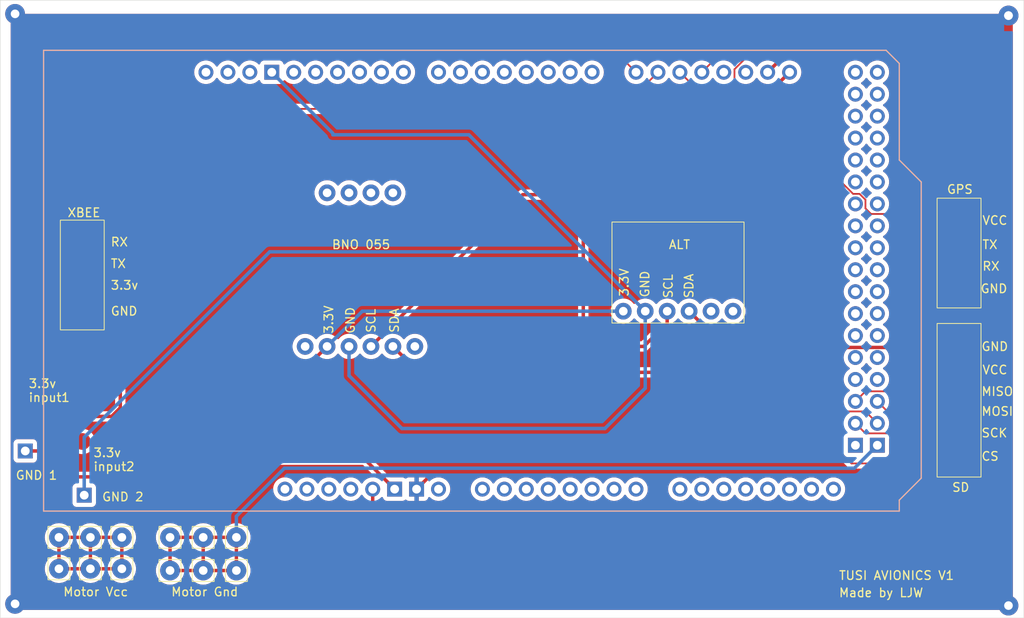
<source format=kicad_pcb>
(kicad_pcb (version 20240108) (generator "pcbnew") (generator_version "8.0")
  (layers (0 "F.Cu" signal) (31 "B.Cu" signal) (34 "B.Paste" user) (35 "F.Paste" user) (36 "B.SilkS" user "B.Silkscreen") (37 "F.SilkS" user "F.Silkscreen") (38 "B.Mask" user) (39 "F.Mask" user) (44 "Edge.Cuts" user))
  (net 0 "")
  (net 3 "Net-(A1-D21{slash}SCL)")
  (net 7 "Net-(A1-D50_MISO)")
  (net 9 "Net-(U3-VCC)")
  (net 12 "Net-(A1-D17{slash}RX2)")
  (net 18 "Net-(A1-D15{slash}RX3)")
  (net 38 "Net-(A1-D14{slash}TX3)")
  (net 54 "Net-(A1-D53_CS)")
  (net 63 "Net-(A1-D16{slash}TX2)")
  (net 65 "Net-(A1-D51_MOSI)")
  (net 71 "Net-(A1-D20{slash}SDA)")
  (net 76 "Net-(U2-GND)")
  (net 81 "Net-(A1-D52_SCK)")
  (net 82 "+3.3V")
  (net 87 "GND")
  (net 93 "Net-(U3-GND)")
  (net 94 "Net-(U1-GND)")
  (net 95 "Net-(U12-GND)")
  (net 96 "Net-(U10-vcc)")
  (footprint "" (layer "F.Cu") (at 99.5275 123.6725)
    (property "Reference" "" (at 0 0 0) (layer "F.SilkS") (effects (font (size 1.27 1.27))))
    (property "Value" "")
    (pad "GND1" thru_hole rect (at 0 0) (size 1.7272 1.7272) (drill 1.016) (layers "*.Cu" "*.Mask") (net 94 "Net-(U1-GND)"))
  )
  (footprint "" (layer "F.Cu") (at 127.6425 106.4525)
    (property "Reference" "" (at 0 0 0) (layer "F.SilkS") (effects (font (size 1.27 1.27))))
    (property "Value" "")
    (pad "2" thru_hole circle (at 0 0 90) (size 1.9304 1.9304) (drill 1) (layers "*.Cu" "*.Mask") (net 82 "+3.3V"))
  )
  (footprint "avionics:motor_vcc" (layer "F.Cu") (at 103.8825 132.1925 180)
    (property "Reference" "U6" (hide yes))
    (property "Value" "~" (hide yes))
    (fp_rect (start -1.27 -1.27) (end 1.27 1.27) (stroke (width 0.1)) (fill none) (layer "F.SilkS"))
    (pad "1" thru_hole circle (at 0 0 180) (size 2.286 2.286) (drill 1) (layers "*.Cu" "*.Mask") (net 96 "Net-(U10-vcc)"))
  )
  (footprint "avionics:motor_gnd" (layer "F.Cu") (at 110.7325 133.6625 180)
    (property "Reference" "U16" (hide yes))
    (property "Value" "~" (hide yes))
    (fp_rect (start 0 0) (end 2.54 2.54) (stroke (width 0.1)) (fill none) (layer "F.SilkS"))
    (pad "1" thru_hole circle (at 1.27 1.27 180) (size 2.286 2.286) (drill 1) (layers "*.Cu" "*.Mask") (net 95 "Net-(U12-GND)"))
  )
  (footprint "avionics:gps" (layer "F.Cu") (at 200.8025 96.9125 90)
    (property "Reference" "U3" (hide yes))
    (property "Value" "GPS")
    (fp_rect (start -5.08 -2.54) (end 7.62 2.54) (stroke (width 0.1)) (fill none) (layer "F.SilkS"))
    (pad "1" smd circle (at -2.54 0 180) (size 1.9304 1.9304) (layers "F.Cu" "F.Paste" "F.Mask") (net 93 "Net-(U3-GND)"))
    (pad "2" smd circle (at 0 0 180) (size 1.9304 1.9304) (layers "F.Cu" "F.Paste" "F.Mask") (net 63 "Net-(A1-D16{slash}TX2)"))
    (pad "3" smd circle (at 2.54 0 180) (size 1.9304 1.9304) (layers "F.Cu" "F.Paste" "F.Mask") (net 12 "Net-(A1-D17{slash}RX2)"))
    (pad "4" smd circle (at 5.08 0 180) (size 1.9304 1.9304) (layers "F.Cu" "F.Paste" "F.Mask") (net 9 "Net-(U3-VCC)"))
  )
  (footprint "" (layer "F.Cu") (at 135.2625 88.6725)
    (property "Reference" "" (at 0 0 0) (layer "F.SilkS") (effects (font (size 1.27 1.27))))
    (property "Value" "")
    (pad "10" thru_hole circle (at 0 0 90) (size 1.9304 1.9304) (drill 1) (layers "*.Cu" "*.Mask"))
  )
  (footprint "" (layer "F.Cu") (at 137.8025 106.4525)
    (property "Reference" "" (at 0 0 0) (layer "F.SilkS") (effects (font (size 1.27 1.27))))
    (property "Value" "")
    (pad "6" thru_hole circle (at 0 0 90) (size 1.9304 1.9304) (drill 1) (layers "*.Cu" "*.Mask"))
  )
  (footprint "avionics:motor_vcc" (layer "F.Cu") (at 100.2425 132.1925 180)
    (property "Reference" "U8" (hide yes))
    (property "Value" "~" (hide yes))
    (fp_rect (start -1.27 -1.27) (end 1.27 1.27) (stroke (width 0.1)) (fill none) (layer "F.SilkS"))
    (pad "1" thru_hole circle (at 0 0 180) (size 2.286 2.286) (drill 1) (layers "*.Cu" "*.Mask") (net 96 "Net-(U10-vcc)"))
  )
  (footprint "avionics:motor_gnd" (layer "F.Cu") (at 110.7325 129.8225 180)
    (property "Reference" "U17" (hide yes))
    (property "Value" "~" (hide yes))
    (fp_rect (start 0 0) (end 2.54 2.54) (stroke (width 0.1)) (fill none) (layer "F.SilkS"))
    (pad "1" thru_hole circle (at 1.27 1.27 180) (size 2.286 2.286) (drill 1) (layers "*.Cu" "*.Mask") (net 95 "Net-(U12-GND)"))
  )
  (footprint "avionics:bmp280" (layer "F.Cu") (at 168.3025 97.9525)
    (property "Reference" "U5" (hide yes))
    (property "Value" "ALT")
    (fp_rect (start -7.68 -5.9) (end 7.61 5.79) (stroke (width 0.1)) (fill none) (layer "F.SilkS"))
    (pad "1" thru_hole circle (at -6.37 4.42 90) (size 1.9304 1.9304) (drill 1) (layers "*.Cu" "*.Mask") (net 82 "+3.3V"))
    (pad "2" thru_hole circle (at -3.83 4.42 90) (size 1.9304 1.9304) (drill 1) (layers "*.Cu" "*.Mask") (net 94 "Net-(U1-GND)"))
    (pad "3" thru_hole circle (at -1.29 4.42 90) (size 1.9304 1.9304) (drill 1) (layers "*.Cu" "*.Mask") (net 3 "Net-(A1-D21{slash}SCL)"))
    (pad "4" thru_hole circle (at 1.25 4.42 90) (size 1.9304 1.9304) (drill 1) (layers "*.Cu" "*.Mask") (net 71 "Net-(A1-D20{slash}SDA)"))
    (pad "5" thru_hole circle (at 3.79 4.42 90) (size 1.9304 1.9304) (drill 1) (layers "*.Cu" "*.Mask"))
    (pad "6" thru_hole circle (at 6.33 4.42 90) (size 1.9304 1.9304) (drill 1) (layers "*.Cu" "*.Mask"))
  )
  (footprint "" (layer "F.Cu") (at 206.5225 68.1525)
    (property "Reference" "" (at 0 0 0) (layer "F.SilkS") (effects (font (size 1.27 1.27))))
    (property "Value" "")
    (pad "1" thru_hole circle (at 0 0 180) (size 2.286 2.286) (drill 1) (layers "*.Cu" "*.Mask") (net 95 "Net-(U12-GND)"))
  )
  (footprint "avionics:xbee" (layer "F.Cu") (at 99.3025 96.9125 -90)
    (property "Reference" "U2" (hide yes))
    (property "Value" "xbee")
    (fp_rect (start -5.08 -2.54) (end 7.62 2.54) (stroke (width 0.1)) (fill none) (layer "F.SilkS"))
    (pad "1" smd circle (at -2.54 0) (size 1.9304 1.9304) (layers "F.Cu" "F.Paste" "F.Mask") (net 18 "Net-(A1-D15{slash}RX3)"))
    (pad "2" smd circle (at 0 0) (size 1.9304 1.9304) (layers "F.Cu" "F.Paste" "F.Mask") (net 38 "Net-(A1-D14{slash}TX3)"))
    (pad "3" smd circle (at 2.54 0) (size 1.9304 1.9304) (layers "F.Cu" "F.Paste" "F.Mask") (net 82 "+3.3V"))
    (pad "4" smd circle (at 5.08 0) (size 1.9304 1.9304) (layers "F.Cu" "F.Paste" "F.Mask") (net 76 "Net-(U2-GND)"))
  )
  (footprint "" (layer "F.Cu") (at 127.6425 88.6725)
    (property "Reference" "" (at 0 0 0) (layer "F.SilkS") (effects (font (size 1.27 1.27))))
    (property "Value" "")
    (pad "7" thru_hole circle (at 0 0 90) (size 1.9304 1.9304) (drill 1) (layers "*.Cu" "*.Mask"))
  )
  (footprint "" (layer "F.Cu") (at 132.7225 106.4525)
    (property "Reference" "" (at 0 0 0) (layer "F.SilkS") (effects (font (size 1.27 1.27))))
    (property "Value" "")
    (pad "4" thru_hole circle (at 0 0 90) (size 1.9304 1.9304) (drill 1) (layers "*.Cu" "*.Mask") (net 3 "Net-(A1-D21{slash}SCL)"))
  )
  (footprint "" (layer "F.Cu") (at 99.3025 111.9525)
    (property "Reference" "" (at 0 0 0) (layer "F.SilkS") (effects (font (size 1.27 1.27))))
    (property "Value" "")
    (pad "4" smd circle (at 0 0) (size 1.9304 1.9304) (layers "F.Cu" "F.Paste" "F.Mask") (net 82 "+3.3V"))
  )
  (footprint "avionics:motor_gnd" (layer "F.Cu") (at 118.4125 129.8225 180)
    (property "Reference" "U13" (hide yes))
    (property "Value" "~" (hide yes))
    (fp_rect (start 0 0) (end 2.54 2.54) (stroke (width 0.1)) (fill none) (layer "F.SilkS"))
    (pad "1" thru_hole circle (at 1.27 1.27 180) (size 2.286 2.286) (drill 1) (layers "*.Cu" "*.Mask") (net 95 "Net-(U12-GND)"))
  )
  (footprint "" (layer "F.Cu") (at 206.5225 136.4525)
    (property "Reference" "" (at 0 0 0) (layer "F.SilkS") (effects (font (size 1.27 1.27))))
    (property "Value" "")
    (pad "1" thru_hole circle (at 0 0 180) (size 2.286 2.286) (drill 1) (layers "*.Cu" "*.Mask") (net 95 "Net-(U12-GND)"))
  )
  (footprint "" (layer "F.Cu") (at 130.1825 106.4525)
    (property "Reference" "" (at 0 0 0) (layer "F.SilkS") (effects (font (size 1.27 1.27))))
    (property "Value" "")
    (pad "3" thru_hole circle (at 0 0 90) (size 1.9304 1.9304) (drill 1) (layers "*.Cu" "*.Mask") (net 87 "GND"))
  )
  (footprint "" (layer "F.Cu") (at 91.5225 67.9525)
    (property "Reference" "" (at 0 0 0) (layer "F.SilkS") (effects (font (size 1.27 1.27))))
    (property "Value" "")
    (pad "1" thru_hole circle (at 0 0 180) (size 2.286 2.286) (drill 1) (layers "*.Cu" "*.Mask") (net 95 "Net-(U12-GND)"))
  )
  (footprint "avionics:motor_gnd" (layer "F.Cu") (at 114.5725 129.8225 180)
    (property "Reference" "U15" (hide yes))
    (property "Value" "~" (hide yes))
    (fp_rect (start 0 0) (end 2.54 2.54) (stroke (width 0.1)) (fill none) (layer "F.SilkS"))
    (pad "1" thru_hole circle (at 1.27 1.27 180) (size 2.286 2.286) (drill 1) (layers "*.Cu" "*.Mask") (net 95 "Net-(U12-GND)"))
  )
  (footprint "" (layer "F.Cu") (at 130.1825 88.6725)
    (property "Reference" "" (at 0 0 0) (layer "F.SilkS") (effects (font (size 1.27 1.27))))
    (property "Value" "")
    (pad "8" thru_hole circle (at 0 0 90) (size 1.9304 1.9304) (drill 1) (layers "*.Cu" "*.Mask"))
  )
  (footprint "" (layer "F.Cu") (at 132.7225 88.6725)
    (property "Reference" "" (at 0 0 0) (layer "F.SilkS") (effects (font (size 1.27 1.27))))
    (property "Value" "")
    (pad "9" thru_hole circle (at 0 0 90) (size 1.9304 1.9304) (drill 1) (layers "*.Cu" "*.Mask"))
  )
  (footprint "" (layer "F.Cu") (at 125.1025 106.4525)
    (property "Reference" "" (at 0 0 0) (layer "F.SilkS") (effects (font (size 1.27 1.27))))
    (property "Value" "")
    (pad "1" thru_hole circle (at 0 0 90) (size 1.9304 1.9304) (drill 1) (layers "*.Cu" "*.Mask"))
  )
  (footprint "avionics:motor_vcc" (layer "F.Cu") (at 96.6025 128.5525 180)
    (property "Reference" "U11" (hide yes))
    (property "Value" "~" (hide yes))
    (fp_rect (start -1.27 -1.27) (end 1.27 1.27) (stroke (width 0.1)) (fill none) (layer "F.SilkS"))
    (pad "1" thru_hole circle (at 0 0 180) (size 2.286 2.286) (drill 1) (layers "*.Cu" "*.Mask") (net 96 "Net-(U10-vcc)"))
  )
  (footprint "" (layer "F.Cu") (at 91.5225 136.2525)
    (property "Reference" "" (at 0 0 0) (layer "F.SilkS") (effects (font (size 1.27 1.27))))
    (property "Value" "")
    (pad "1" thru_hole circle (at 0 0 180) (size 2.286 2.286) (drill 1) (layers "*.Cu" "*.Mask") (net 95 "Net-(U12-GND)"))
  )
  (footprint "" (layer "F.Cu") (at 135.2625 106.4525)
    (property "Reference" "" (at 0 0 0) (layer "F.SilkS") (effects (font (size 1.27 1.27))))
    (property "Value" "")
    (pad "5" thru_hole circle (at 0 0 90) (size 1.9304 1.9304) (drill 1) (layers "*.Cu" "*.Mask") (net 71 "Net-(A1-D20{slash}SDA)"))
  )
  (footprint "avionics:motor_vcc" (layer "F.Cu") (at 100.2425 128.5525 180)
    (property "Reference" "U9" (hide yes))
    (property "Value" "~" (hide yes))
    (fp_rect (start -1.27 -1.27) (end 1.27 1.27) (stroke (width 0.1)) (fill none) (layer "F.SilkS"))
    (pad "1" thru_hole circle (at 0 0 180) (size 2.286 2.286) (drill 1) (layers "*.Cu" "*.Mask") (net 96 "Net-(U10-vcc)"))
  )
  (footprint "" (layer "F.Cu") (at 92.7025 118.5525)
    (property "Reference" "" (at 0 0 0) (layer "F.SilkS") (effects (font (size 1.27 1.27))))
    (property "Value" "")
    (pad "GND2" thru_hole rect (at 0 0) (size 1.7272 1.7272) (drill 1.016) (layers "*.Cu" "*.Mask") (net 76 "Net-(U2-GND)"))
  )
  (footprint "avionics:sd" (layer "F.Cu") (at 200.8025 116.4925 90)
    (property "Reference" "U4" (hide yes))
    (property "Value" "SD")
    (fp_rect (start -5.08 -2.54) (end 12.7 2.54) (stroke (width 0.1)) (fill none) (layer "F.SilkS"))
    (pad "1" smd circle (at -2.54 0 180) (size 1.9304 1.9304) (layers "F.Cu" "F.Paste" "F.Mask") (net 54 "Net-(A1-D53_CS)"))
    (pad "2" smd circle (at 0 0 180) (size 1.9304 1.9304) (layers "F.Cu" "F.Paste" "F.Mask") (net 81 "Net-(A1-D52_SCK)"))
    (pad "3" smd circle (at 2.54 0 180) (size 1.9304 1.9304) (layers "F.Cu" "F.Paste" "F.Mask") (net 65 "Net-(A1-D51_MOSI)"))
    (pad "4" smd circle (at 5.08 0 180) (size 1.9304 1.9304) (layers "F.Cu" "F.Paste" "F.Mask") (net 7 "Net-(A1-D50_MISO)"))
    (pad "5" smd circle (at 7.62 0 180) (size 1.9304 1.9304) (layers "F.Cu" "F.Paste" "F.Mask") (net 9 "Net-(U3-VCC)"))
    (pad "6" smd circle (at 10.16 0 180) (size 1.9304 1.9304) (layers "F.Cu" "F.Paste" "F.Mask") (net 93 "Net-(U3-GND)"))
  )
  (footprint "avionics:motor_vcc" (layer "F.Cu") (at 96.6025 132.1925 180)
    (property "Reference" "U10" (hide yes))
    (property "Value" "~" (hide yes))
    (fp_rect (start -1.27 -1.27) (end 1.27 1.27) (stroke (width 0.1)) (fill none) (layer "F.SilkS"))
    (pad "1" thru_hole circle (at 0 0 180) (size 2.286 2.286) (drill 1) (layers "*.Cu" "*.Mask") (net 96 "Net-(U10-vcc)"))
  )
  (footprint "avionics:motor_gnd" (layer "F.Cu") (at 114.5725 133.6625 180)
    (property "Reference" "U14" (hide yes))
    (property "Value" "~" (hide yes))
    (fp_rect (start 0 0) (end 2.54 2.54) (stroke (width 0.1)) (fill none) (layer "F.SilkS"))
    (pad "1" thru_hole circle (at 1.27 1.27 180) (size 2.286 2.286) (drill 1) (layers "*.Cu" "*.Mask") (net 95 "Net-(U12-GND)"))
  )
  (footprint "" (layer "F.Cu") (at 99.3025 117.4525)
    (property "Reference" "" (at 0 0 0) (layer "F.SilkS") (effects (font (size 1.27 1.27))))
    (property "Value" "")
    (pad "4" smd circle (at 0 0) (size 1.9304 1.9304) (layers "F.Cu" "F.Paste" "F.Mask") (net 82 "+3.3V"))
  )
  (footprint "" (layer "F.Cu") (at 206.5225 68.1525)
    (property "Reference" "" (at 0 0 0) (layer "F.SilkS") (effects (font (size 1.27 1.27))))
    (property "Value" "")
    (pad "1" thru_hole circle (at 0 0 180) (size 2.286 2.286) (drill 1) (layers "*.Cu" "*.Mask") (net 95 "Net-(U12-GND)"))
  )
  (footprint "avionics:motor_vcc" (layer "F.Cu") (at 103.8825 128.5525 180)
    (property "Reference" "U7" (hide yes))
    (property "Value" "~" (hide yes))
    (fp_rect (start -1.27 -1.27) (end 1.27 1.27) (stroke (width 0.1)) (fill none) (layer "F.SilkS"))
    (pad "1" thru_hole circle (at 0 0 180) (size 2.286 2.286) (drill 1) (layers "*.Cu" "*.Mask") (net 96 "Net-(U10-vcc)"))
  )
  (footprint "arduino-library:Arduino_Mega2560_R3_Shield" (layer "F.Cu") (at 145.3025 98.9525)
    (property "Reference" "A1" (hide yes))
    (property "Value" "Arduino_Mega2560_R3_Shield" (hide yes))
    (fp_line (start -50.48 -26.78) (end -50.48 26.56) (stroke (width 0.15)) (layer "B.SilkS"))
    (fp_line (start -50.48 -26.78) (end 47.056 -26.78) (stroke (width 0.15)) (layer "B.SilkS"))
    (fp_line (start -50.48 26.56) (end 48.58 26.56) (stroke (width 0.15)) (layer "B.SilkS"))
    (fp_line (start 47.056 -26.78) (end 48.58 -25.256) (stroke (width 0.15)) (layer "B.SilkS"))
    (fp_line (start 48.58 -14.08) (end 48.58 -25.256) (stroke (width 0.15)) (layer "B.SilkS"))
    (fp_line (start 48.58 25.29) (end 51.12 22.75) (stroke (width 0.15)) (layer "B.SilkS"))
    (fp_line (start 48.58 26.56) (end 48.58 25.29) (stroke (width 0.15)) (layer "B.SilkS"))
    (fp_line (start 51.12 -11.54) (end 48.58 -14.08) (stroke (width 0.15)) (layer "B.SilkS"))
    (fp_line (start 51.12 22.75) (end 51.12 -11.54) (stroke (width 0.15)) (layer "B.SilkS"))
    (pad "" thru_hole oval (at -22.54 24.02) (size 1.7272 1.7272) (drill 1.016) (layers "*.Cu" "*.Mask"))
    (pad "3V3" thru_hole oval (at -14.92 24.02) (size 1.7272 1.7272) (drill 1.016) (layers "*.Cu" "*.Mask"))
    (pad "5V1" thru_hole oval (at -12.38 24.02) (size 1.7272 1.7272) (drill 1.016) (layers "*.Cu" "*.Mask") (net 9 "Net-(U3-VCC)"))
    (pad "5V3" thru_hole oval (at 43.5 -24.24) (size 1.7272 1.7272) (drill 1.016) (layers "*.Cu" "*.Mask"))
    (pad "5V4" thru_hole oval (at 46.04 -24.24) (size 1.7272 1.7272) (drill 1.016) (layers "*.Cu" "*.Mask"))
    (pad "A0" thru_hole oval (at 0.32 24.02) (size 1.7272 1.7272) (drill 1.016) (layers "*.Cu" "*.Mask"))
    (pad "A1" thru_hole oval (at 2.86 24.02) (size 1.7272 1.7272) (drill 1.016) (layers "*.Cu" "*.Mask"))
    (pad "A2" thru_hole oval (at 5.4 24.02) (size 1.7272 1.7272) (drill 1.016) (layers "*.Cu" "*.Mask"))
    (pad "A3" thru_hole oval (at 7.94 24.02) (size 1.7272 1.7272) (drill 1.016) (layers "*.Cu" "*.Mask"))
    (pad "A4" thru_hole oval (at 10.48 24.02) (size 1.7272 1.7272) (drill 1.016) (layers "*.Cu" "*.Mask"))
    (pad "A5" thru_hole oval (at 13.02 24.02) (size 1.7272 1.7272) (drill 1.016) (layers "*.Cu" "*.Mask"))
    (pad "A6" thru_hole oval (at 15.56 24.02) (size 1.7272 1.7272) (drill 1.016) (layers "*.Cu" "*.Mask"))
    (pad "A7" thru_hole oval (at 18.1 24.02) (size 1.7272 1.7272) (drill 1.016) (layers "*.Cu" "*.Mask"))
    (pad "A8" thru_hole oval (at 23.18 24.02) (size 1.7272 1.7272) (drill 1.016) (layers "*.Cu" "*.Mask"))
    (pad "A9" thru_hole oval (at 25.72 24.02) (size 1.7272 1.7272) (drill 1.016) (layers "*.Cu" "*.Mask"))
    (pad "A10" thru_hole oval (at 28.26 24.02) (size 1.7272 1.7272) (drill 1.016) (layers "*.Cu" "*.Mask"))
    (pad "A11" thru_hole oval (at 30.8 24.02) (size 1.7272 1.7272) (drill 1.016) (layers "*.Cu" "*.Mask"))
    (pad "A12" thru_hole oval (at 33.34 24.02) (size 1.7272 1.7272) (drill 1.016) (layers "*.Cu" "*.Mask"))
    (pad "A13" thru_hole oval (at 35.88 24.02) (size 1.7272 1.7272) (drill 1.016) (layers "*.Cu" "*.Mask"))
    (pad "A14" thru_hole oval (at 38.42 24.02) (size 1.7272 1.7272) (drill 1.016) (layers "*.Cu" "*.Mask"))
    (pad "A15" thru_hole oval (at 40.96 24.02) (size 1.7272 1.7272) (drill 1.016) (layers "*.Cu" "*.Mask"))
    (pad "AREF" thru_hole oval (at -26.604 -24.24) (size 1.7272 1.7272) (drill 1.016) (layers "*.Cu" "*.Mask"))
    (pad "D0" thru_hole oval (at 13.02 -24.24) (size 1.7272 1.7272) (drill 1.016) (layers "*.Cu" "*.Mask"))
    (pad "D1" thru_hole oval (at 10.48 -24.24) (size 1.7272 1.7272) (drill 1.016) (layers "*.Cu" "*.Mask"))
    (pad "D2" thru_hole oval (at 7.94 -24.24) (size 1.7272 1.7272) (drill 1.016) (layers "*.Cu" "*.Mask"))
    (pad "D3" thru_hole oval (at 5.4 -24.24) (size 1.7272 1.7272) (drill 1.016) (layers "*.Cu" "*.Mask"))
    (pad "D4" thru_hole oval (at 2.86 -24.24) (size 1.7272 1.7272) (drill 1.016) (layers "*.Cu" "*.Mask"))
    (pad "D5" thru_hole oval (at 0.32 -24.24) (size 1.7272 1.7272) (drill 1.016) (layers "*.Cu" "*.Mask"))
    (pad "D6" thru_hole oval (at -2.22 -24.24) (size 1.7272 1.7272) (drill 1.016) (layers "*.Cu" "*.Mask"))
    (pad "D7" thru_hole oval (at -4.76 -24.24) (size 1.7272 1.7272) (drill 1.016) (layers "*.Cu" "*.Mask"))
    (pad "D8" thru_hole oval (at -8.824 -24.24) (size 1.7272 1.7272) (drill 1.016) (layers "*.Cu" "*.Mask"))
    (pad "D9" thru_hole oval (at -11.364 -24.24) (size 1.7272 1.7272) (drill 1.016) (layers "*.Cu" "*.Mask"))
    (pad "D10" thru_hole oval (at -13.904 -24.24) (size 1.7272 1.7272) (drill 1.016) (layers "*.Cu" "*.Mask"))
    (pad "D11" thru_hole oval (at -16.444 -24.24) (size 1.7272 1.7272) (drill 1.016) (layers "*.Cu" "*.Mask"))
    (pad "D12" thru_hole oval (at -18.984 -24.24) (size 1.7272 1.7272) (drill 1.016) (layers "*.Cu" "*.Mask"))
    (pad "D13" thru_hole oval (at -21.524 -24.24) (size 1.7272 1.7272) (drill 1.016) (layers "*.Cu" "*.Mask"))
    (pad "D14" thru_hole oval (at 18.1 -24.24) (size 1.7272 1.7272) (drill 1.016) (layers "*.Cu" "*.Mask") (net 38 "Net-(A1-D14{slash}TX3)"))
    (pad "D15" thru_hole oval (at 20.64 -24.24) (size 1.7272 1.7272) (drill 1.016) (layers "*.Cu" "*.Mask") (net 18 "Net-(A1-D15{slash}RX3)"))
    (pad "D16" thru_hole oval (at 23.18 -24.24) (size 1.7272 1.7272) (drill 1.016) (layers "*.Cu" "*.Mask") (net 63 "Net-(A1-D16{slash}TX2)"))
    (pad "D17" thru_hole oval (at 25.72 -24.24) (size 1.7272 1.7272) (drill 1.016) (layers "*.Cu" "*.Mask") (net 12 "Net-(A1-D17{slash}RX2)"))
    (pad "D18" thru_hole oval (at 28.26 -24.24) (size 1.7272 1.7272) (drill 1.016) (layers "*.Cu" "*.Mask"))
    (pad "D19" thru_hole oval (at 30.8 -24.24) (size 1.7272 1.7272) (drill 1.016) (layers "*.Cu" "*.Mask"))
    (pad "D20" thru_hole oval (at 33.34 -24.24) (size 1.7272 1.7272) (drill 1.016) (layers "*.Cu" "*.Mask") (net 71 "Net-(A1-D20{slash}SDA)"))
    (pad "D21" thru_hole oval (at 35.88 -24.24) (size 1.7272 1.7272) (drill 1.016) (layers "*.Cu" "*.Mask") (net 3 "Net-(A1-D21{slash}SCL)"))
    (pad "D22" thru_hole oval (at 43.5 -21.7) (size 1.7272 1.7272) (drill 1.016) (layers "*.Cu" "*.Mask"))
    (pad "D23" thru_hole oval (at 46.04 -21.7) (size 1.7272 1.7272) (drill 1.016) (layers "*.Cu" "*.Mask"))
    (pad "D24" thru_hole oval (at 43.5 -19.16) (size 1.7272 1.7272) (drill 1.016) (layers "*.Cu" "*.Mask"))
    (pad "D25" thru_hole oval (at 46.04 -19.16) (size 1.7272 1.7272) (drill 1.016) (layers "*.Cu" "*.Mask"))
    (pad "D26" thru_hole oval (at 43.5 -16.62) (size 1.7272 1.7272) (drill 1.016) (layers "*.Cu" "*.Mask"))
    (pad "D27" thru_hole oval (at 46.04 -16.62) (size 1.7272 1.7272) (drill 1.016) (layers "*.Cu" "*.Mask"))
    (pad "D28" thru_hole oval (at 43.5 -14.08) (size 1.7272 1.7272) (drill 1.016) (layers "*.Cu" "*.Mask"))
    (pad "D29" thru_hole oval (at 46.04 -14.08) (size 1.7272 1.7272) (drill 1.016) (layers "*.Cu" "*.Mask"))
    (pad "D30" thru_hole oval (at 43.5 -11.54) (size 1.7272 1.7272) (drill 1.016) (layers "*.Cu" "*.Mask"))
    (pad "D31" thru_hole oval (at 46.04 -11.54) (size 1.7272 1.7272) (drill 1.016) (layers "*.Cu" "*.Mask"))
    (pad "D32" thru_hole oval (at 43.5 -9) (size 1.7272 1.7272) (drill 1.016) (layers "*.Cu" "*.Mask"))
    (pad "D33" thru_hole oval (at 46.04 -9) (size 1.7272 1.7272) (drill 1.016) (layers "*.Cu" "*.Mask"))
    (pad "D34" thru_hole oval (at 43.5 -6.46) (size 1.7272 1.7272) (drill 1.016) (layers "*.Cu" "*.Mask"))
    (pad "D35" thru_hole oval (at 46.04 -6.46) (size 1.7272 1.7272) (drill 1.016) (layers "*.Cu" "*.Mask"))
    (pad "D36" thru_hole oval (at 43.5 -3.92) (size 1.7272 1.7272) (drill 1.016) (layers "*.Cu" "*.Mask"))
    (pad "D37" thru_hole oval (at 46.04 -3.92) (size 1.7272 1.7272) (drill 1.016) (layers "*.Cu" "*.Mask"))
    (pad "D38" thru_hole oval (at 43.5 -1.38) (size 1.7272 1.7272) (drill 1.016) (layers "*.Cu" "*.Mask"))
    (pad "D39" thru_hole oval (at 46.04 -1.38) (size 1.7272 1.7272) (drill 1.016) (layers "*.Cu" "*.Mask"))
    (pad "D40" thru_hole oval (at 43.5 1.16) (size 1.7272 1.7272) (drill 1.016) (layers "*.Cu" "*.Mask"))
    (pad "D41" thru_hole oval (at 46.04 1.16) (size 1.7272 1.7272) (drill 1.016) (layers "*.Cu" "*.Mask"))
    (pad "D42" thru_hole oval (at 43.5 3.7) (size 1.7272 1.7272) (drill 1.016) (layers "*.Cu" "*.Mask"))
    (pad "D43" thru_hole oval (at 46.04 3.7) (size 1.7272 1.7272) (drill 1.016) (layers "*.Cu" "*.Mask"))
    (pad "D44" thru_hole oval (at 43.5 6.24) (size 1.7272 1.7272) (drill 1.016) (layers "*.Cu" "*.Mask"))
    (pad "D45" thru_hole oval (at 46.04 6.24) (size 1.7272 1.7272) (drill 1.016) (layers "*.Cu" "*.Mask"))
    (pad "D46" thru_hole oval (at 43.5 8.78) (size 1.7272 1.7272) (drill 1.016) (layers "*.Cu" "*.Mask"))
    (pad "D47" thru_hole oval (at 46.04 8.78) (size 1.7272 1.7272) (drill 1.016) (layers "*.Cu" "*.Mask"))
    (pad "D48" thru_hole oval (at 43.5 11.32) (size 1.7272 1.7272) (drill 1.016) (layers "*.Cu" "*.Mask"))
    (pad "D49" thru_hole oval (at 46.04 11.32) (size 1.7272 1.7272) (drill 1.016) (layers "*.Cu" "*.Mask"))
    (pad "D50" thru_hole oval (at 43.5 13.86) (size 1.7272 1.7272) (drill 1.016) (layers "*.Cu" "*.Mask") (net 7 "Net-(A1-D50_MISO)"))
    (pad "D51" thru_hole oval (at 46.04 13.86) (size 1.7272 1.7272) (drill 1.016) (layers "*.Cu" "*.Mask") (net 65 "Net-(A1-D51_MOSI)"))
    (pad "D52" thru_hole oval (at 43.5 16.4) (size 1.7272 1.7272) (drill 1.016) (layers "*.Cu" "*.Mask") (net 81 "Net-(A1-D52_SCK)"))
    (pad "D53" thru_hole oval (at 46.04 16.4) (size 1.7272 1.7272) (drill 1.016) (layers "*.Cu" "*.Mask") (net 54 "Net-(A1-D53_CS)"))
    (pad "GND1" thru_hole rect (at -24.064 -24.24) (size 1.7272 1.7272) (drill 1.016) (layers "*.Cu" "*.Mask") (net 94 "Net-(U1-GND)"))
    (pad "GND2" thru_hole rect (at -9.84 24.02) (size 1.7272 1.7272) (drill 1.016) (layers "*.Cu" "*.Mask") (net 76 "Net-(U2-GND)"))
    (pad "GND3" thru_hole rect (at -7.3 24.02) (size 1.7272 1.7272) (drill 1.016) (layers "*.Cu" "*.Mask") (net 93 "Net-(U3-GND)"))
    (pad "GND5" thru_hole rect (at 43.5 18.94) (size 1.7272 1.7272) (drill 1.016) (layers "*.Cu" "*.Mask"))
    (pad "GND6" thru_hole rect (at 46.04 18.94) (size 1.7272 1.7272) (drill 1.016) (layers "*.Cu" "*.Mask") (net 95 "Net-(U12-GND)"))
    (pad "IORF" thru_hole oval (at -20 24.02) (size 1.7272 1.7272) (drill 1.016) (layers "*.Cu" "*.Mask"))
    (pad "RST1" thru_hole oval (at -17.46 24.02) (size 1.7272 1.7272) (drill 1.016) (layers "*.Cu" "*.Mask"))
    (pad "SCL" thru_hole oval (at -31.684 -24.24) (size 1.7272 1.7272) (drill 1.016) (layers "*.Cu" "*.Mask"))
    (pad "SDA" thru_hole oval (at -29.144 -24.24) (size 1.7272 1.7272) (drill 1.016) (layers "*.Cu" "*.Mask"))
    (pad "VIN" thru_hole oval (at -4.76 24.02) (size 1.7272 1.7272) (drill 1.016) (layers "*.Cu" "*.Mask"))
  )
  (footprint "avionics:motor_gnd" (layer "F.Cu") (at 118.4125 133.6625 180)
    (property "Reference" "U12" (hide yes))
    (property "Value" "~" (hide yes))
    (fp_rect (start 0 0) (end 2.54 2.54) (stroke (width 0.1)) (fill none) (layer "F.SilkS"))
    (pad "1" thru_hole circle (at 1.27 1.27 180) (size 2.286 2.286) (drill 1) (layers "*.Cu" "*.Mask") (net 95 "Net-(U12-GND)"))
  )
  (gr_rect (start 89.8025 66.3725) (end 208.3025 137.8725) (stroke (width 0.05)) (fill none) (layer "Edge.Cuts"))
  (gr_text "3.3V\n" (at 128.4225 105.0525 90) (layer "F.SilkS") (effects (font (size 1 1)) (justify left bottom)))
  (gr_text "VCC\n" (at 203.4225 109.7525 0) (layer "F.SilkS") (effects (font (size 1 1)) (justify left bottom)))
  (gr_text "Made by LJW" (at 186.8225 135.5525 0) (layer "F.SilkS") (effects (font (size 1 1)) (justify left bottom)))
  (gr_text "VCC" (at 203.4225 92.4525 0) (layer "F.SilkS") (effects (font (size 1 1)) (justify left bottom)))
  (gr_text "SDA" (at 170.1225 100.9525 90) (layer "F.SilkS") (effects (font (size 1 1)) (justify left bottom)))
  (gr_text "SCL\n" (at 167.7225 100.9525 90) (layer "F.SilkS") (effects (font (size 1 1)) (justify left bottom)))
  (gr_text "GND" (at 165.0225 100.8525 90) (layer "F.SilkS") (effects (font (size 1 1)) (justify left bottom)))
  (gr_text "GPS" (at 199.3225 88.8525 0) (layer "F.SilkS") (effects (font (size 1 1)) (justify left bottom)))
  (gr_text "GND 2\n" (at 101.5225 124.4525 0) (layer "F.SilkS") (effects (font (size 1 1)) (justify left bottom)))
  (gr_text "SCK" (at 203.3225 117.0525 0) (layer "F.SilkS") (effects (font (size 1 1)) (justify left bottom)))
  (gr_text "MISO" (at 203.3225 112.2525 0) (layer "F.SilkS") (effects (font (size 1 1)) (justify left bottom)))
  (gr_text "SD" (at 199.9225 123.3525 0) (layer "F.SilkS") (effects (font (size 1 1)) (justify left bottom)))
  (gr_text "3.3v\ninput2" (at 100.5225 120.9525 0) (layer "F.SilkS") (effects (font (size 1 1)) (justify left bottom)))
  (gr_text "RX" (at 102.5225 94.9525 0) (layer "F.SilkS") (effects (font (size 1 1)) (justify left bottom)))
  (gr_text "MOSI" (at 203.3225 114.5525 0) (layer "F.SilkS") (effects (font (size 1 1)) (justify left bottom)))
  (gr_text "BNO 055" (at 128.1225 95.2525 0) (layer "F.SilkS") (effects (font (size 1 1)) (justify left bottom)))
  (gr_text "GND" (at 102.5225 102.9525 0) (layer "F.SilkS") (effects (font (size 1 1)) (justify left bottom)))
  (gr_text "3.3V\n" (at 162.6225 100.7525 90) (layer "F.SilkS") (effects (font (size 1 1)) (justify left bottom)))
  (gr_text "SCL\n" (at 133.3225 104.9525 90) (layer "F.SilkS") (effects (font (size 1 1)) (justify left bottom)))
  (gr_text "ALT\n" (at 167.1225 95.2525 0) (layer "F.SilkS") (effects (font (size 1 1)) (justify left bottom)))
  (gr_text "GND 1" (at 91.5225 121.9525 0) (layer "F.SilkS") (effects (font (size 1 1)) (justify left bottom)))
  (gr_text "RX" (at 203.4225 97.7525 0) (layer "F.SilkS") (effects (font (size 1 1)) (justify left bottom)))
  (gr_text "GND" (at 130.9225 105.0525 90) (layer "F.SilkS") (effects (font (size 1 1)) (justify left bottom)))
  (gr_text "3.3v\n" (at 102.5225 99.9525 0) (layer "F.SilkS") (effects (font (size 1 1)) (justify left bottom)))
  (gr_text "Motor Vcc\n" (at 97.0225 135.4525 0) (layer "F.SilkS") (effects (font (size 1 1)) (justify left bottom)))
  (gr_text "SDA\n" (at 136.0225 104.9525 90) (layer "F.SilkS") (effects (font (size 1 1)) (justify left bottom)))
  (gr_text "GND" (at 203.2225 100.3525 0) (layer "F.SilkS") (effects (font (size 1 1)) (justify left bottom)))
  (gr_text "TUSI AVIONICS V1\n" (at 186.8225 133.5525 0) (layer "F.SilkS") (effects (font (size 1 1)) (justify left bottom)))
  (gr_text "TX" (at 102.5225 97.4525 0) (layer "F.SilkS") (effects (font (size 1 1)) (justify left bottom)))
  (gr_text "TX" (at 203.4225 95.2525 0) (layer "F.SilkS") (effects (font (size 1 1)) (justify left bottom)))
  (gr_text "GND" (at 203.3225 107.0525 0) (layer "F.SilkS") (effects (font (size 1 1)) (justify left bottom)))
  (gr_text "3.3v\ninput1" (at 93.0225 112.9525 0) (layer "F.SilkS") (effects (font (size 1 1)) (justify left bottom)))
  (gr_text "XBEE" (at 97.5225 91.5525 0) (layer "F.SilkS") (effects (font (size 1 1)) (justify left bottom)))
  (gr_text "CS" (at 203.3225 119.7525 0) (layer "F.SilkS") (effects (font (size 1 1)) (justify left bottom)))
  (gr_text "Motor Gnd" (at 109.5225 135.4525 0) (layer "F.SilkS") (effects (font (size 1 1)) (justify left bottom)))
  (segment (start 167.0125 102.3725) (end 167.0125 103.7425) (width 0.4) (layer "F.Cu") (net 3))
  (segment (start 167.0125 103.7425) (end 164.3025 106.4525) (width 0.4) (layer "F.Cu") (net 3))
  (segment (start 158.3725 88.8825) (end 158.5225 88.8825) (width 0.2) (layer "F.Cu") (net 3))
  (segment (start 164.3025 106.4525) (end 158.3025 106.4525) (width 0.4) (layer "F.Cu") (net 3))
  (segment (start 132.7225 106.4525) (end 150.2925 88.8825) (width 0.4) (layer "F.Cu") (net 3))
  (segment (start 157.3025 105.4525) (end 157.3025 89.9525) (width 0.4) (layer "F.Cu") (net 3))
  (segment (start 158.3025 106.4525) (end 157.3025 105.4525) (width 0.4) (layer "F.Cu") (net 3))
  (segment (start 157.3025 88.8825) (end 158.5225 88.8825) (width 0.4) (layer "F.Cu") (net 3))
  (segment (start 150.2925 88.8825) (end 157.3025 88.8825) (width 0.4) (layer "F.Cu") (net 3))
  (segment (start 158.5225 88.8825) (end 167.0125 88.8825) (width 0.4) (layer "F.Cu") (net 3))
  (segment (start 167.0125 88.8825) (end 181.1825 74.7125) (width 0.4) (layer "F.Cu") (net 3))
  (segment (start 157.3025 89.9525) (end 158.3725 88.8825) (width 0.4) (layer "F.Cu") (net 3))
  (segment (start 200.5661 111.6489) (end 189.9661 111.6489) (width 0.2) (layer "F.Cu") (net 7))
  (segment (start 200.8025 111.4125) (end 200.5661 111.6489) (width 0.2) (layer "F.Cu") (net 7))
  (segment (start 189.9661 111.6489) (end 188.8025 112.8125) (width 0.2) (layer "F.Cu") (net 7))
  (segment (start 205.3025 96.3325) (end 200.8025 91.8325) (width 0.4) (layer "F.Cu") (net 9))
  (segment (start 201.8025 129.9525) (end 205.3025 126.4525) (width 0.4) (layer "F.Cu") (net 9))
  (segment (start 205.3025 113.3725) (end 200.8025 108.8725) (width 0.4) (layer "F.Cu") (net 9))
  (segment (start 132.9225 122.9725) (end 132.9225 126.5725) (width 0.4) (layer "F.Cu") (net 9))
  (segment (start 132.9225 126.5725) (end 136.3025 129.9525) (width 0.4) (layer "F.Cu") (net 9))
  (segment (start 136.3025 129.9525) (end 201.8025 129.9525) (width 0.4) (layer "F.Cu") (net 9))
  (segment (start 205.3025 126.4525) (end 205.3025 113.3725) (width 0.4) (layer "F.Cu") (net 9))
  (segment (start 205.3025 113.3725) (end 205.3025 96.3325) (width 0.4) (layer "F.Cu") (net 9))
  (segment (start 171.0225 74.7125) (end 175.2825 70.4525) (width 0.2) (layer "F.Cu") (net 12))
  (segment (start 196.5225 70.4525) (end 197.3025 71.2325) (width 0.2) (layer "F.Cu") (net 12))
  (segment (start 197.3025 71.2325) (end 197.3025 90.8725) (width 0.2) (layer "F.Cu") (net 12))
  (segment (start 175.2825 70.4525) (end 196.5225 70.4525) (width 0.2) (layer "F.Cu") (net 12))
  (segment (start 197.3025 90.8725) (end 200.8025 94.3725) (width 0.2) (layer "F.Cu") (net 12))
  (segment (start 106.8825 94.3725) (end 122.3025 78.9525) (width 0.2) (layer "F.Cu") (net 18))
  (segment (start 99.3025 94.3725) (end 106.8825 94.3725) (width 0.2) (layer "F.Cu") (net 18))
  (segment (start 122.3025 78.9525) (end 161.7025 78.9525) (width 0.2) (layer "F.Cu") (net 18))
  (segment (start 161.7025 78.9525) (end 165.9425 74.7125) (width 0.2) (layer "F.Cu") (net 18))
  (segment (start 99.3025 96.9125) (end 96.2625 96.9125) (width 0.2) (layer "F.Cu") (net 38))
  (segment (start 94.3025 94.9525) (end 94.3025 72.6725) (width 0.2) (layer "F.Cu") (net 38))
  (segment (start 160.1425 71.4525) (end 163.4025 74.7125) (width 0.2) (layer "F.Cu") (net 38))
  (segment (start 94.3025 72.6725) (end 95.5225 71.4525) (width 0.2) (layer "F.Cu") (net 38))
  (segment (start 95.5225 71.4525) (end 160.1425 71.4525) (width 0.2) (layer "F.Cu") (net 38))
  (segment (start 96.2625 96.9125) (end 94.3025 94.9525) (width 0.2) (layer "F.Cu") (net 38))
  (segment (start 187.3025 114.4525) (end 187.7789 113.9761) (width 0.2) (layer "F.Cu") (net 54))
  (segment (start 188.347699 119.997699) (end 187.3025 118.9525) (width 0.2) (layer "F.Cu") (net 54))
  (segment (start 187.7789 113.9761) (end 189.9661 113.9761) (width 0.2) (layer "F.Cu") (net 54))
  (segment (start 187.3025 118.9525) (end 187.3025 114.4525) (width 0.2) (layer "F.Cu") (net 54))
  (segment (start 189.9661 113.9761) (end 191.3425 115.3525) (width 0.2) (layer "F.Cu") (net 54))
  (segment (start 200.8025 119.0325) (end 199.837301 119.997699) (width 0.2) (layer "F.Cu") (net 54))
  (segment (start 199.837301 119.997699) (end 188.347699 119.997699) (width 0.2) (layer "F.Cu") (net 54))
  (segment (start 188.533321 88.7889) (end 185.8025 86.058079) (width 0.2) (layer "F.Cu") (net 63))
  (segment (start 195.0061 91.1161) (end 190.611679 91.1161) (width 0.2) (layer "F.Cu") (net 63))
  (segment (start 174.8025 75.9525) (end 174.3025 76.4525) (width 0.2) (layer "F.Cu") (net 63))
  (segment (start 174.8025 74.366921) (end 174.8025 75.9525) (width 0.2) (layer "F.Cu") (net 63))
  (segment (start 177.716921 71.4525) (end 174.8025 74.366921) (width 0.2) (layer "F.Cu") (net 63))
  (segment (start 189.284479 88.7889) (end 188.533321 88.7889) (width 0.2) (layer "F.Cu") (net 63))
  (segment (start 174.3025 76.4525) (end 170.2225 76.4525) (width 0.2) (layer "F.Cu") (net 63))
  (segment (start 185.8025 86.058079) (end 185.8025 72.2325) (width 0.2) (layer "F.Cu") (net 63))
  (segment (start 189.9661 89.470521) (end 189.284479 88.7889) (width 0.2) (layer "F.Cu") (net 63))
  (segment (start 185.0225 71.4525) (end 177.716921 71.4525) (width 0.2) (layer "F.Cu") (net 63))
  (segment (start 170.2225 76.4525) (end 168.4825 74.7125) (width 0.2) (layer "F.Cu") (net 63))
  (segment (start 189.9661 90.470521) (end 189.9661 89.470521) (width 0.2) (layer "F.Cu") (net 63))
  (segment (start 190.611679 91.1161) (end 189.9661 90.470521) (width 0.2) (layer "F.Cu") (net 63))
  (segment (start 185.8025 72.2325) (end 185.0225 71.4525) (width 0.2) (layer "F.Cu") (net 63))
  (segment (start 200.8025 96.9125) (end 195.0061 91.1161) (width 0.2) (layer "F.Cu") (net 63))
  (segment (start 192.4825 113.9525) (end 191.3425 112.8125) (width 0.2) (layer "F.Cu") (net 65))
  (segment (start 200.8025 113.9525) (end 192.4825 113.9525) (width 0.2) (layer "F.Cu") (net 65))
  (segment (start 138.2625 109.4525) (end 176.8025 109.4525) (width 0.4) (layer "F.Cu") (net 71))
  (segment (start 171.6325 104.4525) (end 179.0225 104.4525) (width 0.4) (layer "F.Cu") (net 71))
  (segment (start 180.3025 79.9525) (end 183.8025 76.4525) (width 0.4) (layer "F.Cu") (net 71))
  (segment (start 180.9025 72.4525) (end 178.6425 74.7125) (width 0.4) (layer "F.Cu") (net 71))
  (segment (start 176.8025 109.4525) (end 180.3025 105.9525) (width 0.4) (layer "F.Cu") (net 71))
  (segment (start 135.2625 106.4525) (end 138.2625 109.4525) (width 0.4) (layer "F.Cu") (net 71))
  (segment (start 183.8025 76.4525) (end 183.8025 72.7325) (width 0.4) (layer "F.Cu") (net 71))
  (segment (start 179.8025 104.4525) (end 180.3025 103.9525) (width 0.4) (layer "F.Cu") (net 71))
  (segment (start 179.0225 104.4525) (end 179.5225 104.4525) (width 0.2) (layer "F.Cu") (net 71))
  (segment (start 180.3025 104.4525) (end 180.3025 103.9525) (width 0.4) (layer "F.Cu") (net 71))
  (segment (start 180.3025 105.9525) (end 180.3025 104.4525) (width 0.4) (layer "F.Cu") (net 71))
  (segment (start 180.3025 103.9525) (end 180.3025 79.9525) (width 0.4) (layer "F.Cu") (net 71))
  (segment (start 183.5225 72.4525) (end 180.9025 72.4525) (width 0.4) (layer "F.Cu") (net 71))
  (segment (start 179.0225 104.4525) (end 179.8025 104.4525) (width 0.4) (layer "F.Cu") (net 71))
  (segment (start 183.8025 72.7325) (end 183.5225 72.4525) (width 0.4) (layer "F.Cu") (net 71))
  (segment (start 169.5525 102.3725) (end 171.6325 104.4525) (width 0.4) (layer "F.Cu") (net 71))
  (segment (start 96.7025 117.9525) (end 96.7025 118.5525) (width 0.4) (layer "F.Cu") (net 76))
  (segment (start 97.5225 114.5525) (end 96.7025 115.3725) (width 0.4) (layer "F.Cu") (net 76))
  (segment (start 103.7025 113.5525) (end 102.7025 114.5525) (width 0.4) (layer "F.Cu") (net 76))
  (segment (start 132.0425 119.5525) (end 135.4625 122.9725) (width 0.4) (layer "F.Cu") (net 76))
  (segment (start 92.7025 118.5525) (end 95.5225 118.5525) (width 0.4) (layer "F.Cu") (net 76))
  (segment (start 118.7025 121.5525) (end 120.7025 119.5525) (width 0.4) (layer "F.Cu") (net 76))
  (segment (start 99.3025 101.9925) (end 99.3025 107.1525) (width 0.4) (layer "F.Cu") (net 76))
  (segment (start 103.7025 111.5525) (end 103.7025 113.5525) (width 0.4) (layer "F.Cu") (net 76))
  (segment (start 95.5225 118.5525) (end 96.1025 118.5525) (width 0.4) (layer "F.Cu") (net 76))
  (segment (start 96.7025 115.3725) (end 96.7025 117.9525) (width 0.4) (layer "F.Cu") (net 76))
  (segment (start 96.1025 118.5525) (end 96.7025 117.9525) (width 0.4) (layer "F.Cu") (net 76))
  (segment (start 96.7025 120.4525) (end 97.8025 121.5525) (width 0.4) (layer "F.Cu") (net 76))
  (segment (start 97.5225 114.5525) (end 102.7025 114.5525) (width 0.4) (layer "F.Cu") (net 76))
  (segment (start 97.8025 121.5525) (end 118.7025 121.5525) (width 0.4) (layer "F.Cu") (net 76))
  (segment (start 99.3025 107.1525) (end 103.7025 111.5525) (width 0.4) (layer "F.Cu") (net 76))
  (segment (start 96.7025 118.5525) (end 96.7025 120.4525) (width 0.4) (layer "F.Cu") (net 76))
  (segment (start 120.7025 119.5525) (end 132.0425 119.5525) (width 0.4) (layer "F.Cu") (net 76))
  (segment (start 200.7789 116.5161) (end 189.9661 116.5161) (width 0.2) (layer "F.Cu") (net 81))
  (segment (start 200.8025 116.4925) (end 200.7789 116.5161) (width 0.2) (layer "F.Cu") (net 81))
  (segment (start 189.9661 116.5161) (end 188.8025 115.3525) (width 0.2) (layer "F.Cu") (net 81))
  (segment (start 97.8025 99.4525) (end 96.8025 100.4525) (width 0.4) (layer "F.Cu") (net 82))
  (segment (start 96.8025 100.4525) (end 96.8025 109.4525) (width 0.4) (layer "F.Cu") (net 82))
  (segment (start 116.6425 117.4525) (end 127.6425 106.4525) (width 0.4) (layer "F.Cu") (net 82))
  (segment (start 99.3025 99.4525) (end 97.8025 99.4525) (width 0.4) (layer "F.Cu") (net 82))
  (segment (start 96.8025 109.4525) (end 99.3025 111.9525) (width 0.4) (layer "F.Cu") (net 82))
  (segment (start 99.3025 117.4525) (end 116.6425 117.4525) (width 0.4) (layer "F.Cu") (net 82))
  (segment (start 131.7225 102.3725) (end 161.9325 102.3725) (width 0.4) (layer "B.Cu") (net 82))
  (segment (start 127.6425 106.4525) (end 131.7225 102.3725) (width 0.4) (layer "B.Cu") (net 82))
  (segment (start 136.3025 115.9525) (end 159.8025 115.9525) (width 0.4) (layer "B.Cu") (net 87))
  (segment (start 130.1825 106.4525) (end 130.1825 109.8325) (width 0.4) (layer "B.Cu") (net 87))
  (segment (start 159.8025 115.9525) (end 164.4725 111.2825) (width 0.4) (layer "B.Cu") (net 87))
  (segment (start 130.1825 109.8325) (end 136.3025 115.9525) (width 0.4) (layer "B.Cu") (net 87))
  (segment (start 164.4725 111.2825) (end 164.4725 102.3725) (width 0.4) (layer "B.Cu") (net 87))
  (segment (start 138.0025 122.9725) (end 148.0225 112.9525) (width 0.4) (layer "F.Cu") (net 93))
  (segment (start 186.6861 106.5689) (end 200.5661 106.5689) (width 0.4) (layer "F.Cu") (net 93))
  (segment (start 200.5661 106.5689) (end 200.8025 106.3325) (width 0.2) (layer "F.Cu") (net 93))
  (segment (start 200.8025 99.4525) (end 200.8025 106.3325) (width 0.4) (layer "F.Cu") (net 93))
  (segment (start 148.0225 112.9525) (end 180.3025 112.9525) (width 0.4) (layer "F.Cu") (net 93))
  (segment (start 180.3025 112.9525) (end 186.6861 106.5689) (width 0.4) (layer "F.Cu") (net 93))
  (segment (start 128.3025 81.9525) (end 144.0525 81.9525) (width 0.4) (layer "B.Cu") (net 94))
  (segment (start 121.2385 74.7125) (end 128.3025 81.7765) (width 0.4) (layer "B.Cu") (net 94))
  (segment (start 121 95.5) (end 157.6 95.5) (width 0.4) (layer "B.Cu") (net 94))
  (segment (start 128.3025 81.7765) (end 128.3025 81.9525) (width 0.2) (layer "B.Cu") (net 94))
  (segment (start 157.6 95.5) (end 164.189658 102.089658) (width 0.4) (layer "B.Cu") (net 94))
  (segment (start 144.0525 81.9525) (end 157.6 95.5) (width 0.4) (layer "B.Cu") (net 94))
  (segment (start 99.5275 123.6725) (end 99.5275 116.9725) (width 0.4) (layer "B.Cu") (net 94))
  (segment (start 99.5275 116.9725) (end 121 95.5) (width 0.4) (layer "B.Cu") (net 94))
  (segment (start 109.4625 132.3925) (end 113.3025 132.3925) (width 0.4) (layer "F.Cu") (net 95))
  (segment (start 113.3025 128.5525) (end 109.4625 128.5525) (width 0.4) (layer "F.Cu") (net 95))
  (segment (start 117.1425 132.3925) (end 117.1425 128.5525) (width 0.4) (layer "F.Cu") (net 95))
  (segment (start 117.1425 128.5525) (end 113.3025 128.5525) (width 0.4) (layer "F.Cu") (net 95))
  (segment (start 109.4625 128.5525) (end 109.4625 132.3925) (width 0.4) (layer "F.Cu") (net 95))
  (segment (start 113.3025 132.3925) (end 117.1425 132.3925) (width 0.4) (layer "F.Cu") (net 95))
  (segment (start 113.3025 128.5525) (end 113.3025 132.3925) (width 0.4) (layer "F.Cu") (net 95))
  (segment (start 122.7025 120.5525) (end 188.6825 120.5525) (width 0.4) (layer "B.Cu") (net 95))
  (segment (start 117.1425 129.4525) (end 117.1425 126.1125) (width 0.4) (layer "B.Cu") (net 95))
  (segment (start 117.1425 126.1125) (end 122.7025 120.5525) (width 0.4) (layer "B.Cu") (net 95))
  (segment (start 188.6825 120.5525) (end 191.3425 117.8925) (width 0.4) (layer "B.Cu") (net 95))
  (segment (start 100.2425 132.1925) (end 103.8825 132.1925) (width 0.4) (layer "F.Cu") (net 96))
  (segment (start 103.8825 132.1925) (end 103.8825 128.5525) (width 0.4) (layer "F.Cu") (net 96))
  (segment (start 96.6025 132.1925) (end 100.2425 132.1925) (width 0.4) (layer "F.Cu") (net 96))
  (segment (start 96.6025 128.5525) (end 100.2425 128.5525) (width 0.4) (layer "F.Cu") (net 96))
  (segment (start 100.2425 128.5525) (end 103.8825 128.5525) (width 0.4) (layer "F.Cu") (net 96))
  (segment (start 100.2425 128.5525) (end 100.2425 132.1925) (width 0.4) (layer "F.Cu") (net 96))
  (segment (start 96.6025 132.1925) (end 96.6025 128.5525) (width 0.4) (layer "F.Cu") (net 96))
  (zone (net 93) (net_name "Net-(U3-GND)") (layer "F.Cu") (connect_pads (clearance 0.5)) (min_thickness 0.25) (fill yes (thermal_gap 0.5) (thermal_bridge_width 0.5) (island_removal_mode 1) (island_area_min 10))
    (polygon (pts (xy 91.0225 136.9525) (xy 91.0225 67.9525) (xy 207.0225 67.9525) (xy 207.0225 136.9525)))
  )
  (zone (net 93) (net_name "Net-(U3-GND)") (layer "B.Cu") (priority 1) (connect_pads (clearance 0.5)) (min_thickness 0.25) (fill yes (thermal_gap 0.5) (thermal_bridge_width 0.5) (island_removal_mode 1) (island_area_min 10))
    (polygon (pts (xy 91.0225 67.9525) (xy 206.0225 67.9525) (xy 206.0225 69.9525) (xy 207.0225 69.9525) (xy 207.0225 136.9525) (xy 91.0225 136.9525)))
  )
)
</source>
